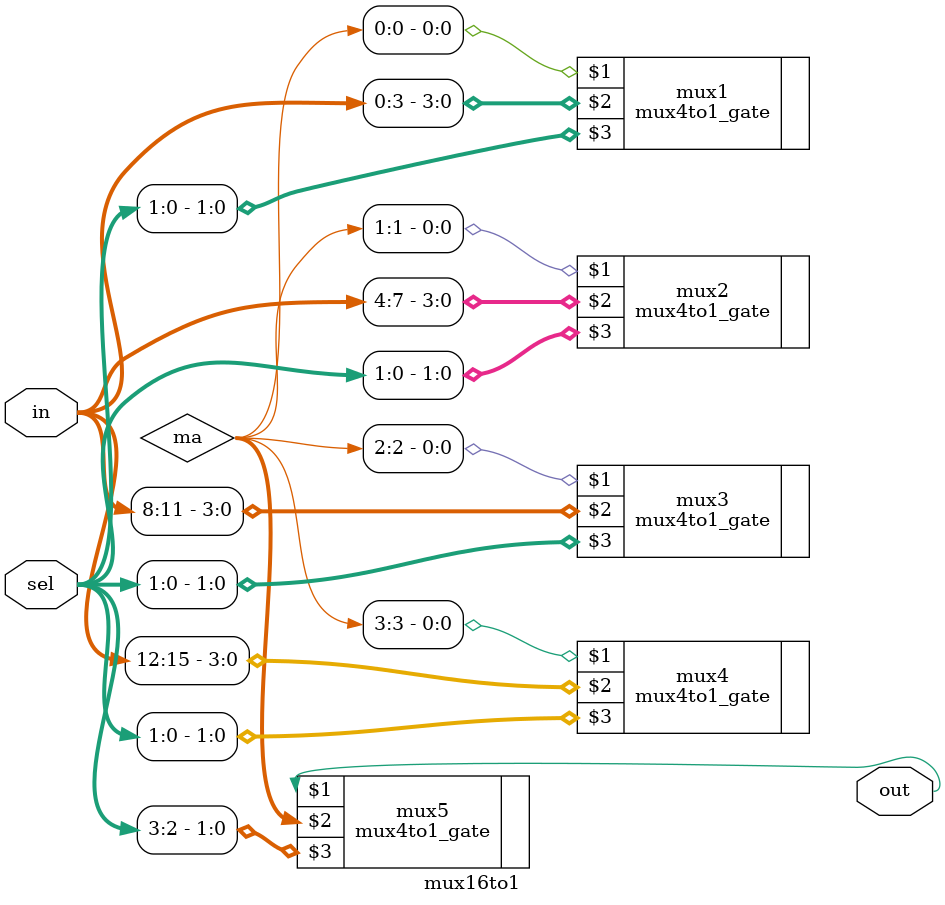
<source format=v>
module mux16to1(out,in,sel);
input [0:15] in;
input [3:0] sel;
output out;
wire [0:3] ma;
mux4to1_gate mux1(ma[0],in[0:3],sel[1:0]);
mux4to1_gate mux2(ma[1],in[4:7],sel[1:0]);
mux4to1_gate mux3(ma[2],in[8:11],sel[1:0]);
mux4to1_gate mux4(ma[3],in[12:15],sel[1:0]);
mux4to1_gate mux5(out,ma,sel[3:2]);
endmodule
</source>
